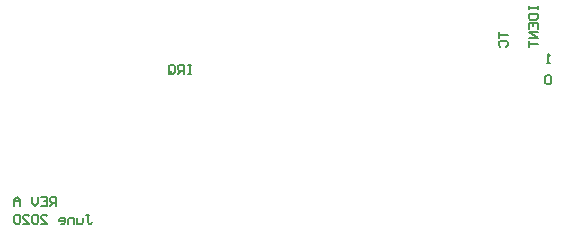
<source format=gbo>
G04 Layer_Color=13813960*
%FSLAX25Y25*%
%MOIN*%
G70*
G01*
G75*
%ADD32C,0.00600*%
D32*
X206500Y188999D02*
X205500D01*
X206000D01*
Y186000D01*
X206500D01*
X205500D01*
X204001D02*
Y188999D01*
X202501D01*
X202002Y188499D01*
Y187499D01*
X202501Y187000D01*
X204001D01*
X203001D02*
X202002Y186000D01*
X199002Y186500D02*
Y188499D01*
X199502Y188999D01*
X200502D01*
X201002Y188499D01*
Y186500D01*
X200502Y186000D01*
X199502D01*
X200002Y187000D02*
X199002Y186000D01*
X199502D02*
X199002Y186500D01*
X309001Y200000D02*
Y198001D01*
Y199000D01*
X312000D01*
X309501Y195002D02*
X309001Y195501D01*
Y196501D01*
X309501Y197001D01*
X311500D01*
X312000Y196501D01*
Y195501D01*
X311500Y195002D01*
X319001Y208500D02*
Y207500D01*
Y208000D01*
X322000D01*
Y208500D01*
Y207500D01*
X319001Y206001D02*
X322000D01*
Y204501D01*
X321500Y204001D01*
X319501D01*
X319001Y204501D01*
Y206001D01*
Y201002D02*
Y203002D01*
X322000D01*
Y201002D01*
X320500Y203002D02*
Y202002D01*
X322000Y200003D02*
X319001D01*
X322000Y198003D01*
X319001D01*
Y197004D02*
Y195004D01*
Y196004D01*
X322000D01*
X326500Y184999D02*
X326000Y185499D01*
X325001D01*
X324501Y184999D01*
Y183000D01*
X325001Y182500D01*
X326000D01*
X326500Y183000D01*
Y184999D01*
X326000Y189500D02*
X325000D01*
X325500D01*
Y192499D01*
X326000Y191999D01*
X161500Y142000D02*
Y144999D01*
X160001D01*
X159501Y144499D01*
Y143500D01*
X160001Y143000D01*
X161500D01*
X160500D02*
X159501Y142000D01*
X156502Y144999D02*
X158501D01*
Y142000D01*
X156502D01*
X158501Y143500D02*
X157501D01*
X155502Y144999D02*
Y143000D01*
X154502Y142000D01*
X153503Y143000D01*
Y144999D01*
X149504Y142000D02*
Y143999D01*
X148504Y144999D01*
X147504Y143999D01*
Y142000D01*
Y143500D01*
X149504D01*
X171501Y138999D02*
X172500D01*
X172001D01*
Y136500D01*
X172500Y136000D01*
X173000D01*
X173500Y136500D01*
X170501Y137999D02*
Y136500D01*
X170001Y136000D01*
X168502D01*
Y137999D01*
X167502Y136000D02*
Y137999D01*
X166002D01*
X165503Y137499D01*
Y136000D01*
X163003D02*
X164003D01*
X164503Y136500D01*
Y137499D01*
X164003Y137999D01*
X163003D01*
X162504Y137499D01*
Y137000D01*
X164503D01*
X156506Y136000D02*
X158505D01*
X156506Y137999D01*
Y138499D01*
X157005Y138999D01*
X158005D01*
X158505Y138499D01*
X155506D02*
X155006Y138999D01*
X154006D01*
X153507Y138499D01*
Y136500D01*
X154006Y136000D01*
X155006D01*
X155506Y136500D01*
Y138499D01*
X150507Y136000D02*
X152507D01*
X150507Y137999D01*
Y138499D01*
X151007Y138999D01*
X152007D01*
X152507Y138499D01*
X149508D02*
X149008Y138999D01*
X148008D01*
X147508Y138499D01*
Y136500D01*
X148008Y136000D01*
X149008D01*
X149508Y136500D01*
Y138499D01*
M02*

</source>
